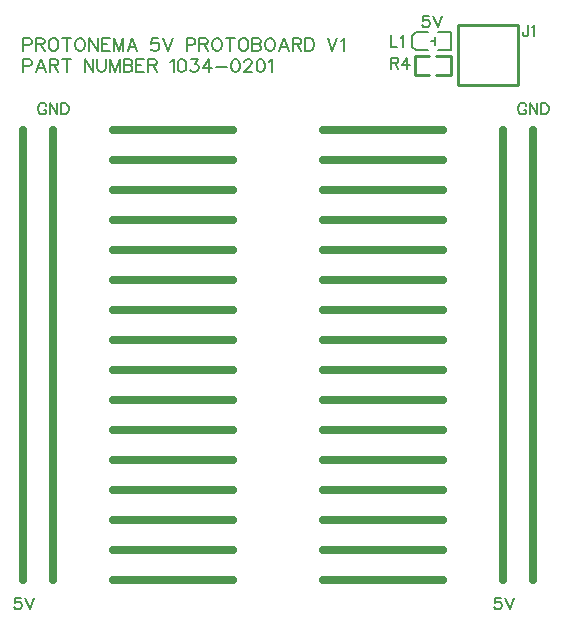
<source format=gto>
G04 Layer: TopSilkscreenLayer*
G04 EasyEDA v6.5.29, 2023-07-20 18:44:56*
G04 ecacf19a758f4ad5b663ea4f4b469a4f,5a6b42c53f6a479593ecc07194224c93,10*
G04 Gerber Generator version 0.2*
G04 Scale: 100 percent, Rotated: No, Reflected: No *
G04 Dimensions in millimeters *
G04 leading zeros omitted , absolute positions ,4 integer and 5 decimal *
%FSLAX45Y45*%
%MOMM*%

%ADD10C,0.1524*%
%ADD11C,0.6350*%
%ADD12C,0.1500*%
%ADD13C,0.2540*%

%LPD*%
D10*
X762000Y5423915D02*
G01*
X762000Y5314950D01*
X762000Y5423915D02*
G01*
X808736Y5423915D01*
X824229Y5418836D01*
X829563Y5413502D01*
X834644Y5403087D01*
X834644Y5387594D01*
X829563Y5377179D01*
X824229Y5372100D01*
X808736Y5366765D01*
X762000Y5366765D01*
X910589Y5423915D02*
G01*
X868934Y5314950D01*
X910589Y5423915D02*
G01*
X952245Y5314950D01*
X884681Y5351271D02*
G01*
X936497Y5351271D01*
X986536Y5423915D02*
G01*
X986536Y5314950D01*
X986536Y5423915D02*
G01*
X1033271Y5423915D01*
X1048765Y5418836D01*
X1054100Y5413502D01*
X1059179Y5403087D01*
X1059179Y5392673D01*
X1054100Y5382260D01*
X1048765Y5377179D01*
X1033271Y5372100D01*
X986536Y5372100D01*
X1022857Y5372100D02*
G01*
X1059179Y5314950D01*
X1129792Y5423915D02*
G01*
X1129792Y5314950D01*
X1093470Y5423915D02*
G01*
X1166113Y5423915D01*
X1280413Y5423915D02*
G01*
X1280413Y5314950D01*
X1280413Y5423915D02*
G01*
X1353312Y5314950D01*
X1353312Y5423915D02*
G01*
X1353312Y5314950D01*
X1387602Y5423915D02*
G01*
X1387602Y5345937D01*
X1392681Y5330444D01*
X1403095Y5320029D01*
X1418589Y5314950D01*
X1429004Y5314950D01*
X1444752Y5320029D01*
X1455165Y5330444D01*
X1460245Y5345937D01*
X1460245Y5423915D01*
X1494536Y5423915D02*
G01*
X1494536Y5314950D01*
X1494536Y5423915D02*
G01*
X1536192Y5314950D01*
X1577594Y5423915D02*
G01*
X1536192Y5314950D01*
X1577594Y5423915D02*
G01*
X1577594Y5314950D01*
X1611884Y5423915D02*
G01*
X1611884Y5314950D01*
X1611884Y5423915D02*
G01*
X1658620Y5423915D01*
X1674368Y5418836D01*
X1679447Y5413502D01*
X1684781Y5403087D01*
X1684781Y5392673D01*
X1679447Y5382260D01*
X1674368Y5377179D01*
X1658620Y5372100D01*
X1611884Y5372100D02*
G01*
X1658620Y5372100D01*
X1674368Y5366765D01*
X1679447Y5361686D01*
X1684781Y5351271D01*
X1684781Y5335523D01*
X1679447Y5325110D01*
X1674368Y5320029D01*
X1658620Y5314950D01*
X1611884Y5314950D01*
X1719071Y5423915D02*
G01*
X1719071Y5314950D01*
X1719071Y5423915D02*
G01*
X1786636Y5423915D01*
X1719071Y5372100D02*
G01*
X1760473Y5372100D01*
X1719071Y5314950D02*
G01*
X1786636Y5314950D01*
X1820926Y5423915D02*
G01*
X1820926Y5314950D01*
X1820926Y5423915D02*
G01*
X1867662Y5423915D01*
X1883155Y5418836D01*
X1888489Y5413502D01*
X1893570Y5403087D01*
X1893570Y5392673D01*
X1888489Y5382260D01*
X1883155Y5377179D01*
X1867662Y5372100D01*
X1820926Y5372100D01*
X1857247Y5372100D02*
G01*
X1893570Y5314950D01*
X2007870Y5403087D02*
G01*
X2018284Y5408421D01*
X2033777Y5423915D01*
X2033777Y5314950D01*
X2099309Y5423915D02*
G01*
X2083815Y5418836D01*
X2073402Y5403087D01*
X2068068Y5377179D01*
X2068068Y5361686D01*
X2073402Y5335523D01*
X2083815Y5320029D01*
X2099309Y5314950D01*
X2109724Y5314950D01*
X2125218Y5320029D01*
X2135631Y5335523D01*
X2140965Y5361686D01*
X2140965Y5377179D01*
X2135631Y5403087D01*
X2125218Y5418836D01*
X2109724Y5423915D01*
X2099309Y5423915D01*
X2185670Y5423915D02*
G01*
X2242820Y5423915D01*
X2211577Y5382260D01*
X2227072Y5382260D01*
X2237486Y5377179D01*
X2242820Y5372100D01*
X2247900Y5356352D01*
X2247900Y5345937D01*
X2242820Y5330444D01*
X2232406Y5320029D01*
X2216658Y5314950D01*
X2201163Y5314950D01*
X2185670Y5320029D01*
X2180336Y5325110D01*
X2175256Y5335523D01*
X2334259Y5423915D02*
G01*
X2282190Y5351271D01*
X2360168Y5351271D01*
X2334259Y5423915D02*
G01*
X2334259Y5314950D01*
X2394458Y5361686D02*
G01*
X2487929Y5361686D01*
X2553461Y5423915D02*
G01*
X2537713Y5418836D01*
X2527300Y5403087D01*
X2522220Y5377179D01*
X2522220Y5361686D01*
X2527300Y5335523D01*
X2537713Y5320029D01*
X2553461Y5314950D01*
X2563875Y5314950D01*
X2579370Y5320029D01*
X2589784Y5335523D01*
X2594863Y5361686D01*
X2594863Y5377179D01*
X2589784Y5403087D01*
X2579370Y5418836D01*
X2563875Y5423915D01*
X2553461Y5423915D01*
X2634488Y5398007D02*
G01*
X2634488Y5403087D01*
X2639568Y5413502D01*
X2644902Y5418836D01*
X2655315Y5423915D01*
X2675890Y5423915D01*
X2686304Y5418836D01*
X2691638Y5413502D01*
X2696718Y5403087D01*
X2696718Y5392673D01*
X2691638Y5382260D01*
X2681224Y5366765D01*
X2629154Y5314950D01*
X2702052Y5314950D01*
X2767329Y5423915D02*
G01*
X2751836Y5418836D01*
X2741422Y5403087D01*
X2736341Y5377179D01*
X2736341Y5361686D01*
X2741422Y5335523D01*
X2751836Y5320029D01*
X2767329Y5314950D01*
X2777743Y5314950D01*
X2793491Y5320029D01*
X2803906Y5335523D01*
X2808986Y5361686D01*
X2808986Y5377179D01*
X2803906Y5403087D01*
X2793491Y5418836D01*
X2777743Y5423915D01*
X2767329Y5423915D01*
X2843275Y5403087D02*
G01*
X2853690Y5408421D01*
X2869184Y5423915D01*
X2869184Y5314950D01*
X762000Y5601715D02*
G01*
X762000Y5492750D01*
X762000Y5601715D02*
G01*
X808736Y5601715D01*
X824229Y5596636D01*
X829563Y5591302D01*
X834644Y5580887D01*
X834644Y5565394D01*
X829563Y5554979D01*
X824229Y5549900D01*
X808736Y5544565D01*
X762000Y5544565D01*
X868934Y5601715D02*
G01*
X868934Y5492750D01*
X868934Y5601715D02*
G01*
X915670Y5601715D01*
X931418Y5596636D01*
X936497Y5591302D01*
X941831Y5580887D01*
X941831Y5570473D01*
X936497Y5560060D01*
X931418Y5554979D01*
X915670Y5549900D01*
X868934Y5549900D01*
X905510Y5549900D02*
G01*
X941831Y5492750D01*
X1007110Y5601715D02*
G01*
X996950Y5596636D01*
X986536Y5586221D01*
X981202Y5575807D01*
X976121Y5560060D01*
X976121Y5534152D01*
X981202Y5518657D01*
X986536Y5508244D01*
X996950Y5497829D01*
X1007110Y5492750D01*
X1027937Y5492750D01*
X1038352Y5497829D01*
X1048765Y5508244D01*
X1054100Y5518657D01*
X1059179Y5534152D01*
X1059179Y5560060D01*
X1054100Y5575807D01*
X1048765Y5586221D01*
X1038352Y5596636D01*
X1027937Y5601715D01*
X1007110Y5601715D01*
X1129792Y5601715D02*
G01*
X1129792Y5492750D01*
X1093470Y5601715D02*
G01*
X1166113Y5601715D01*
X1231645Y5601715D02*
G01*
X1221231Y5596636D01*
X1210818Y5586221D01*
X1205737Y5575807D01*
X1200404Y5560060D01*
X1200404Y5534152D01*
X1205737Y5518657D01*
X1210818Y5508244D01*
X1221231Y5497829D01*
X1231645Y5492750D01*
X1252473Y5492750D01*
X1262887Y5497829D01*
X1273302Y5508244D01*
X1278381Y5518657D01*
X1283715Y5534152D01*
X1283715Y5560060D01*
X1278381Y5575807D01*
X1273302Y5586221D01*
X1262887Y5596636D01*
X1252473Y5601715D01*
X1231645Y5601715D01*
X1318005Y5601715D02*
G01*
X1318005Y5492750D01*
X1318005Y5601715D02*
G01*
X1390650Y5492750D01*
X1390650Y5601715D02*
G01*
X1390650Y5492750D01*
X1424939Y5601715D02*
G01*
X1424939Y5492750D01*
X1424939Y5601715D02*
G01*
X1492504Y5601715D01*
X1424939Y5549900D02*
G01*
X1466595Y5549900D01*
X1424939Y5492750D02*
G01*
X1492504Y5492750D01*
X1526794Y5601715D02*
G01*
X1526794Y5492750D01*
X1526794Y5601715D02*
G01*
X1568450Y5492750D01*
X1609852Y5601715D02*
G01*
X1568450Y5492750D01*
X1609852Y5601715D02*
G01*
X1609852Y5492750D01*
X1685797Y5601715D02*
G01*
X1644142Y5492750D01*
X1685797Y5601715D02*
G01*
X1727200Y5492750D01*
X1659889Y5529071D02*
G01*
X1711705Y5529071D01*
X1903984Y5601715D02*
G01*
X1851913Y5601715D01*
X1846834Y5554979D01*
X1851913Y5560060D01*
X1867662Y5565394D01*
X1883155Y5565394D01*
X1898650Y5560060D01*
X1909063Y5549900D01*
X1914397Y5534152D01*
X1914397Y5523737D01*
X1909063Y5508244D01*
X1898650Y5497829D01*
X1883155Y5492750D01*
X1867662Y5492750D01*
X1851913Y5497829D01*
X1846834Y5502910D01*
X1841500Y5513323D01*
X1948688Y5601715D02*
G01*
X1990090Y5492750D01*
X2031745Y5601715D02*
G01*
X1990090Y5492750D01*
X2146045Y5601715D02*
G01*
X2146045Y5492750D01*
X2146045Y5601715D02*
G01*
X2192781Y5601715D01*
X2208529Y5596636D01*
X2213609Y5591302D01*
X2218690Y5580887D01*
X2218690Y5565394D01*
X2213609Y5554979D01*
X2208529Y5549900D01*
X2192781Y5544565D01*
X2146045Y5544565D01*
X2252979Y5601715D02*
G01*
X2252979Y5492750D01*
X2252979Y5601715D02*
G01*
X2299970Y5601715D01*
X2315463Y5596636D01*
X2320543Y5591302D01*
X2325877Y5580887D01*
X2325877Y5570473D01*
X2320543Y5560060D01*
X2315463Y5554979D01*
X2299970Y5549900D01*
X2252979Y5549900D01*
X2289556Y5549900D02*
G01*
X2325877Y5492750D01*
X2391409Y5601715D02*
G01*
X2380995Y5596636D01*
X2370581Y5586221D01*
X2365247Y5575807D01*
X2360168Y5560060D01*
X2360168Y5534152D01*
X2365247Y5518657D01*
X2370581Y5508244D01*
X2380995Y5497829D01*
X2391409Y5492750D01*
X2411984Y5492750D01*
X2422397Y5497829D01*
X2432811Y5508244D01*
X2438145Y5518657D01*
X2443225Y5534152D01*
X2443225Y5560060D01*
X2438145Y5575807D01*
X2432811Y5586221D01*
X2422397Y5596636D01*
X2411984Y5601715D01*
X2391409Y5601715D01*
X2513838Y5601715D02*
G01*
X2513838Y5492750D01*
X2477515Y5601715D02*
G01*
X2550159Y5601715D01*
X2615691Y5601715D02*
G01*
X2605277Y5596636D01*
X2594863Y5586221D01*
X2589784Y5575807D01*
X2584450Y5560060D01*
X2584450Y5534152D01*
X2589784Y5518657D01*
X2594863Y5508244D01*
X2605277Y5497829D01*
X2615691Y5492750D01*
X2636520Y5492750D01*
X2646934Y5497829D01*
X2657347Y5508244D01*
X2662427Y5518657D01*
X2667761Y5534152D01*
X2667761Y5560060D01*
X2662427Y5575807D01*
X2657347Y5586221D01*
X2646934Y5596636D01*
X2636520Y5601715D01*
X2615691Y5601715D01*
X2702052Y5601715D02*
G01*
X2702052Y5492750D01*
X2702052Y5601715D02*
G01*
X2748788Y5601715D01*
X2764281Y5596636D01*
X2769615Y5591302D01*
X2774695Y5580887D01*
X2774695Y5570473D01*
X2769615Y5560060D01*
X2764281Y5554979D01*
X2748788Y5549900D01*
X2702052Y5549900D02*
G01*
X2748788Y5549900D01*
X2764281Y5544565D01*
X2769615Y5539486D01*
X2774695Y5529071D01*
X2774695Y5513323D01*
X2769615Y5502910D01*
X2764281Y5497829D01*
X2748788Y5492750D01*
X2702052Y5492750D01*
X2840227Y5601715D02*
G01*
X2829813Y5596636D01*
X2819400Y5586221D01*
X2814320Y5575807D01*
X2808986Y5560060D01*
X2808986Y5534152D01*
X2814320Y5518657D01*
X2819400Y5508244D01*
X2829813Y5497829D01*
X2840227Y5492750D01*
X2861056Y5492750D01*
X2871470Y5497829D01*
X2881629Y5508244D01*
X2886963Y5518657D01*
X2892043Y5534152D01*
X2892043Y5560060D01*
X2886963Y5575807D01*
X2881629Y5586221D01*
X2871470Y5596636D01*
X2861056Y5601715D01*
X2840227Y5601715D01*
X2967990Y5601715D02*
G01*
X2926334Y5492750D01*
X2967990Y5601715D02*
G01*
X3009645Y5492750D01*
X2942081Y5529071D02*
G01*
X2993897Y5529071D01*
X3043936Y5601715D02*
G01*
X3043936Y5492750D01*
X3043936Y5601715D02*
G01*
X3090672Y5601715D01*
X3106165Y5596636D01*
X3111500Y5591302D01*
X3116579Y5580887D01*
X3116579Y5570473D01*
X3111500Y5560060D01*
X3106165Y5554979D01*
X3090672Y5549900D01*
X3043936Y5549900D01*
X3080258Y5549900D02*
G01*
X3116579Y5492750D01*
X3150870Y5601715D02*
G01*
X3150870Y5492750D01*
X3150870Y5601715D02*
G01*
X3187191Y5601715D01*
X3202940Y5596636D01*
X3213100Y5586221D01*
X3218434Y5575807D01*
X3223513Y5560060D01*
X3223513Y5534152D01*
X3218434Y5518657D01*
X3213100Y5508244D01*
X3202940Y5497829D01*
X3187191Y5492750D01*
X3150870Y5492750D01*
X3337813Y5601715D02*
G01*
X3379470Y5492750D01*
X3421125Y5601715D02*
G01*
X3379470Y5492750D01*
X3455415Y5580887D02*
G01*
X3465829Y5586221D01*
X3481324Y5601715D01*
X3481324Y5492750D01*
X5021138Y5031231D02*
G01*
X5016566Y5040121D01*
X5007676Y5049265D01*
X4998532Y5053837D01*
X4980244Y5053837D01*
X4971354Y5049265D01*
X4962210Y5040121D01*
X4957638Y5031231D01*
X4953066Y5017515D01*
X4953066Y4994910D01*
X4957638Y4981194D01*
X4962210Y4972050D01*
X4971354Y4962905D01*
X4980244Y4958334D01*
X4998532Y4958334D01*
X5007676Y4962905D01*
X5016566Y4972050D01*
X5021138Y4981194D01*
X5021138Y4994910D01*
X4998532Y4994910D02*
G01*
X5021138Y4994910D01*
X5051364Y5053837D02*
G01*
X5051364Y4958334D01*
X5051364Y5053837D02*
G01*
X5114864Y4958334D01*
X5114864Y5053837D02*
G01*
X5114864Y4958334D01*
X5144836Y5053837D02*
G01*
X5144836Y4958334D01*
X5144836Y5053837D02*
G01*
X5176586Y5053837D01*
X5190302Y5049265D01*
X5199446Y5040121D01*
X5204018Y5031231D01*
X5208590Y5017515D01*
X5208590Y4994910D01*
X5204018Y4981194D01*
X5199446Y4972050D01*
X5190302Y4962905D01*
X5176586Y4958334D01*
X5144836Y4958334D01*
X4804349Y862835D02*
G01*
X4758883Y862835D01*
X4754311Y821941D01*
X4758883Y826513D01*
X4772599Y831085D01*
X4786061Y831085D01*
X4799777Y826513D01*
X4808921Y817369D01*
X4813493Y803907D01*
X4813493Y794763D01*
X4808921Y781047D01*
X4799777Y771903D01*
X4786061Y767331D01*
X4772599Y767331D01*
X4758883Y771903D01*
X4754311Y776475D01*
X4749739Y785619D01*
X4843465Y862835D02*
G01*
X4879787Y767331D01*
X4916109Y862835D02*
G01*
X4879787Y767331D01*
X740331Y862835D02*
G01*
X694865Y862835D01*
X690293Y821941D01*
X694865Y826513D01*
X708581Y831085D01*
X722043Y831085D01*
X735759Y826513D01*
X744903Y817369D01*
X749475Y803907D01*
X749475Y794763D01*
X744903Y781047D01*
X735759Y771903D01*
X722043Y767331D01*
X708581Y767331D01*
X694865Y771903D01*
X690293Y776475D01*
X685721Y785619D01*
X779447Y862835D02*
G01*
X815769Y767331D01*
X852091Y862835D02*
G01*
X815769Y767331D01*
X957145Y5031257D02*
G01*
X952576Y5040147D01*
X943688Y5049291D01*
X934542Y5053863D01*
X916256Y5053863D01*
X907361Y5049291D01*
X898222Y5040147D01*
X893645Y5031257D01*
X889076Y5017541D01*
X889076Y4994935D01*
X893645Y4981219D01*
X898222Y4972075D01*
X907361Y4962931D01*
X916256Y4958359D01*
X934542Y4958359D01*
X943688Y4962931D01*
X952576Y4972075D01*
X957145Y4981219D01*
X957145Y4994935D01*
X934542Y4994935D02*
G01*
X957145Y4994935D01*
X987374Y5053863D02*
G01*
X987374Y4958359D01*
X987374Y5053863D02*
G01*
X1050874Y4958359D01*
X1050874Y5053863D02*
G01*
X1050874Y4958359D01*
X1080846Y5053863D02*
G01*
X1080846Y4958359D01*
X1080846Y5053863D02*
G01*
X1112596Y5053863D01*
X1126312Y5049291D01*
X1135458Y5040147D01*
X1140028Y5031257D01*
X1144597Y5017541D01*
X1144597Y4994935D01*
X1140028Y4981219D01*
X1135458Y4972075D01*
X1126312Y4962931D01*
X1112596Y4958359D01*
X1080846Y4958359D01*
X4194797Y5790427D02*
G01*
X4149331Y5790427D01*
X4144759Y5749533D01*
X4149331Y5754105D01*
X4162793Y5758677D01*
X4176509Y5758677D01*
X4190225Y5754105D01*
X4199369Y5744961D01*
X4203941Y5731499D01*
X4203941Y5722355D01*
X4199369Y5708639D01*
X4190225Y5699495D01*
X4176509Y5694923D01*
X4162793Y5694923D01*
X4149331Y5699495D01*
X4144759Y5704067D01*
X4140187Y5713211D01*
X4233913Y5790427D02*
G01*
X4270235Y5694923D01*
X4306557Y5790427D02*
G01*
X4270235Y5694923D01*
X5036565Y5714237D02*
G01*
X5036565Y5641594D01*
X5031993Y5627878D01*
X5027422Y5623305D01*
X5018277Y5618734D01*
X5009388Y5618734D01*
X5000243Y5623305D01*
X4995672Y5627878D01*
X4991100Y5641594D01*
X4991100Y5650737D01*
X5066538Y5696204D02*
G01*
X5075681Y5700776D01*
X5089397Y5714237D01*
X5089397Y5618734D01*
X3873500Y5625337D02*
G01*
X3873500Y5529834D01*
X3873500Y5529834D02*
G01*
X3928109Y5529834D01*
X3958081Y5607304D02*
G01*
X3967225Y5611876D01*
X3980688Y5625337D01*
X3980688Y5529834D01*
X3873500Y5434837D02*
G01*
X3873500Y5339334D01*
X3873500Y5434837D02*
G01*
X3914393Y5434837D01*
X3928109Y5430265D01*
X3932681Y5425694D01*
X3937254Y5416804D01*
X3937254Y5407660D01*
X3932681Y5398515D01*
X3928109Y5393944D01*
X3914393Y5389371D01*
X3873500Y5389371D01*
X3905250Y5389371D02*
G01*
X3937254Y5339334D01*
X4012691Y5434837D02*
G01*
X3967225Y5371337D01*
X4035297Y5371337D01*
X4012691Y5434837D02*
G01*
X4012691Y5339334D01*
D11*
X3301926Y1016002D02*
G01*
X4317926Y1016002D01*
X3301926Y1270002D02*
G01*
X4317926Y1270002D01*
X3301926Y1523994D02*
G01*
X4317926Y1523994D01*
X3302000Y1777994D02*
G01*
X4317987Y1777994D01*
X1523931Y1016002D02*
G01*
X2539926Y1016002D01*
X1523931Y1270002D02*
G01*
X2539926Y1270002D01*
X1523931Y1523994D02*
G01*
X2539926Y1523994D01*
X1524000Y1777994D02*
G01*
X2540000Y1777994D01*
X3301926Y2031997D02*
G01*
X4317926Y2031997D01*
X3301926Y2285997D02*
G01*
X4317926Y2285997D01*
X3301926Y2539989D02*
G01*
X4317926Y2539989D01*
X3302000Y2793989D02*
G01*
X4317987Y2793989D01*
X1523931Y2031997D02*
G01*
X2539926Y2031997D01*
X1523931Y2285997D02*
G01*
X2539926Y2285997D01*
X1523931Y2539989D02*
G01*
X2539926Y2539989D01*
X1524000Y2793989D02*
G01*
X2540000Y2793989D01*
X3301926Y3047997D02*
G01*
X4317926Y3047997D01*
X3301926Y3301997D02*
G01*
X4317926Y3301997D01*
X3301926Y3555989D02*
G01*
X4317926Y3555989D01*
X3302000Y3809989D02*
G01*
X4317987Y3809989D01*
X1523931Y3047997D02*
G01*
X2539926Y3047997D01*
X1523931Y3301997D02*
G01*
X2539926Y3301997D01*
X1523931Y3555989D02*
G01*
X2539926Y3555989D01*
X1524000Y3809989D02*
G01*
X2540000Y3809989D01*
X3301926Y4063992D02*
G01*
X4317923Y4063992D01*
X3301926Y4317992D02*
G01*
X4317923Y4317992D01*
X3301926Y4571989D02*
G01*
X4317923Y4571989D01*
X3301994Y4825989D02*
G01*
X4317992Y4825989D01*
X1523928Y4063992D02*
G01*
X2539926Y4063992D01*
X1523928Y4317992D02*
G01*
X2539926Y4317992D01*
X1523928Y4571989D02*
G01*
X2539926Y4571989D01*
X1523997Y4825989D02*
G01*
X2539994Y4825989D01*
X761997Y4825989D02*
G01*
X761997Y1015997D01*
X1015997Y4825989D02*
G01*
X1015997Y1015997D01*
X4825989Y4825989D02*
G01*
X4825989Y1015997D01*
X5079989Y4825989D02*
G01*
X5079989Y1015997D01*
D12*
X4246100Y5575523D02*
G01*
X4212099Y5575523D01*
X4054093Y5540296D02*
G01*
X4054093Y5530293D01*
X4084088Y5500291D01*
X4269094Y5650298D02*
G01*
X4384095Y5650298D01*
X4269094Y5500291D02*
G01*
X4384095Y5500291D01*
X4189095Y5650298D02*
G01*
X4084088Y5650298D01*
X4189095Y5500291D02*
G01*
X4084088Y5500291D01*
X4384095Y5650285D02*
G01*
X4384095Y5502295D01*
X4054093Y5610288D02*
G01*
X4054093Y5540296D01*
X4054093Y5610288D02*
G01*
X4054093Y5620303D01*
X4084088Y5650298D01*
X4246100Y5610296D02*
G01*
X4246100Y5542297D01*
D13*
X4074038Y5291587D02*
G01*
X4074038Y5451591D01*
X4384095Y5292097D02*
G01*
X4384095Y5452102D01*
X4199034Y5451591D02*
G01*
X4074038Y5451591D01*
X4199034Y5291587D02*
G01*
X4074038Y5291587D01*
X4259092Y5452102D02*
G01*
X4384095Y5452102D01*
X4259092Y5292097D02*
G01*
X4384095Y5292097D01*
X4445000Y5715000D02*
G01*
X4953000Y5715000D01*
X4953000Y5207000D01*
X4445000Y5207000D01*
X4445000Y5715000D01*
M02*

</source>
